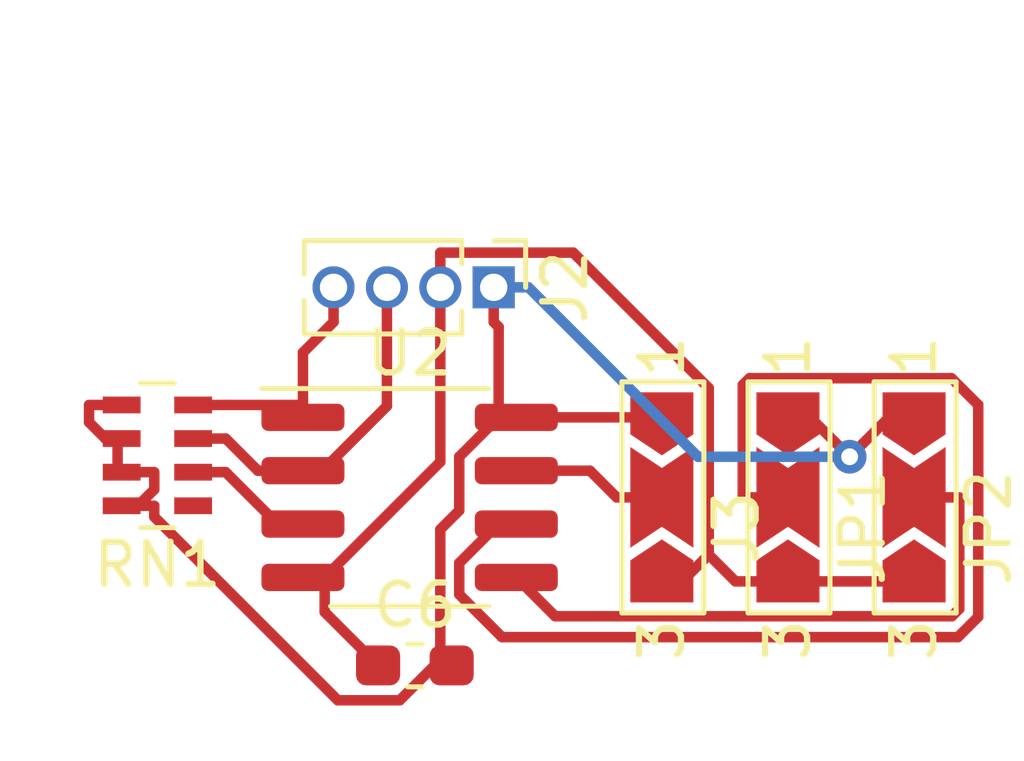
<source format=kicad_pcb>
(kicad_pcb (version 20171130) (host pcbnew 5.1.2-f72e74a~84~ubuntu18.04.1)

  (general
    (thickness 1.6)
    (drawings 0)
    (tracks 85)
    (zones 0)
    (modules 7)
    (nets 9)
  )

  (page A4)
  (layers
    (0 F.Cu signal)
    (31 B.Cu signal)
    (32 B.Adhes user)
    (33 F.Adhes user)
    (34 B.Paste user)
    (35 F.Paste user)
    (36 B.SilkS user)
    (37 F.SilkS user)
    (38 B.Mask user)
    (39 F.Mask user)
    (40 Dwgs.User user)
    (41 Cmts.User user)
    (42 Eco1.User user)
    (43 Eco2.User user)
    (44 Edge.Cuts user)
    (45 Margin user)
    (46 B.CrtYd user)
    (47 F.CrtYd user)
    (48 B.Fab user)
    (49 F.Fab user)
  )

  (setup
    (last_trace_width 0.25)
    (trace_clearance 0.2)
    (zone_clearance 0.508)
    (zone_45_only no)
    (trace_min 0.2)
    (via_size 0.8)
    (via_drill 0.4)
    (via_min_size 0.4)
    (via_min_drill 0.3)
    (uvia_size 0.3)
    (uvia_drill 0.1)
    (uvias_allowed no)
    (uvia_min_size 0.2)
    (uvia_min_drill 0.1)
    (edge_width 0.1)
    (segment_width 0.2)
    (pcb_text_width 0.3)
    (pcb_text_size 1.5 1.5)
    (mod_edge_width 0.15)
    (mod_text_size 1 1)
    (mod_text_width 0.15)
    (pad_size 1.524 1.524)
    (pad_drill 0.762)
    (pad_to_mask_clearance 0)
    (aux_axis_origin 0 0)
    (visible_elements FFFFFF7F)
    (pcbplotparams
      (layerselection 0x010fc_ffffffff)
      (usegerberextensions false)
      (usegerberattributes false)
      (usegerberadvancedattributes false)
      (creategerberjobfile false)
      (excludeedgelayer true)
      (linewidth 0.100000)
      (plotframeref false)
      (viasonmask false)
      (mode 1)
      (useauxorigin false)
      (hpglpennumber 1)
      (hpglpenspeed 20)
      (hpglpendiameter 15.000000)
      (psnegative false)
      (psa4output false)
      (plotreference true)
      (plotvalue true)
      (plotinvisibletext false)
      (padsonsilk false)
      (subtractmaskfromsilk false)
      (outputformat 1)
      (mirror false)
      (drillshape 1)
      (scaleselection 1)
      (outputdirectory ""))
  )

  (net 0 "")
  (net 1 +3V3)
  (net 2 GND)
  (net 3 /SDA)
  (net 4 /SCL)
  (net 5 "Net-(J3-Pad2)")
  (net 6 "Net-(JP1-Pad2)")
  (net 7 "Net-(JP2-Pad2)")
  (net 8 "Net-(RN1-Pad2)")

  (net_class Default "This is the default net class."
    (clearance 0.2)
    (trace_width 0.25)
    (via_dia 0.8)
    (via_drill 0.4)
    (uvia_dia 0.3)
    (uvia_drill 0.1)
    (add_net +3V3)
    (add_net /SCL)
    (add_net /SDA)
    (add_net GND)
    (add_net "Net-(J3-Pad2)")
    (add_net "Net-(JP1-Pad2)")
    (add_net "Net-(JP2-Pad2)")
    (add_net "Net-(RN1-Pad2)")
  )

  (module Package_SO:SOP-8_3.76x4.96mm_P1.27mm (layer F.Cu) (tedit 5C4A362D) (tstamp 5CEE66EE)
    (at 31 27)
    (descr "SOP, 8 Pin (https://ww2.minicircuits.com/case_style/XX211.pdf), generated with kicad-footprint-generator ipc_gullwing_generator.py")
    (tags "SOP SO")
    (path /5CF9DF41)
    (attr smd)
    (fp_text reference U2 (at 0 -3.43) (layer F.SilkS)
      (effects (font (size 1 1) (thickness 0.15)))
    )
    (fp_text value LM75 (at 0 3.43) (layer F.Fab)
      (effects (font (size 1 1) (thickness 0.15)))
    )
    (fp_text user %R (at 0 0) (layer F.Fab)
      (effects (font (size 0.94 0.94) (thickness 0.14)))
    )
    (fp_line (start 3.78 -2.73) (end -3.78 -2.73) (layer F.CrtYd) (width 0.05))
    (fp_line (start 3.78 2.73) (end 3.78 -2.73) (layer F.CrtYd) (width 0.05))
    (fp_line (start -3.78 2.73) (end 3.78 2.73) (layer F.CrtYd) (width 0.05))
    (fp_line (start -3.78 -2.73) (end -3.78 2.73) (layer F.CrtYd) (width 0.05))
    (fp_line (start -1.88 -1.54) (end -0.94 -2.48) (layer F.Fab) (width 0.1))
    (fp_line (start -1.88 2.48) (end -1.88 -1.54) (layer F.Fab) (width 0.1))
    (fp_line (start 1.88 2.48) (end -1.88 2.48) (layer F.Fab) (width 0.1))
    (fp_line (start 1.88 -2.48) (end 1.88 2.48) (layer F.Fab) (width 0.1))
    (fp_line (start -0.94 -2.48) (end 1.88 -2.48) (layer F.Fab) (width 0.1))
    (fp_line (start 0 -2.59) (end -3.525 -2.59) (layer F.SilkS) (width 0.12))
    (fp_line (start 0 -2.59) (end 1.88 -2.59) (layer F.SilkS) (width 0.12))
    (fp_line (start 0 2.59) (end -1.88 2.59) (layer F.SilkS) (width 0.12))
    (fp_line (start 0 2.59) (end 1.88 2.59) (layer F.SilkS) (width 0.12))
    (pad 8 smd roundrect (at 2.5375 -1.905) (size 1.975 0.65) (layers F.Cu F.Paste F.Mask) (roundrect_rratio 0.25)
      (net 1 +3V3))
    (pad 7 smd roundrect (at 2.5375 -0.635) (size 1.975 0.65) (layers F.Cu F.Paste F.Mask) (roundrect_rratio 0.25)
      (net 5 "Net-(J3-Pad2)"))
    (pad 6 smd roundrect (at 2.5375 0.635) (size 1.975 0.65) (layers F.Cu F.Paste F.Mask) (roundrect_rratio 0.25)
      (net 6 "Net-(JP1-Pad2)"))
    (pad 5 smd roundrect (at 2.5375 1.905) (size 1.975 0.65) (layers F.Cu F.Paste F.Mask) (roundrect_rratio 0.25)
      (net 7 "Net-(JP2-Pad2)"))
    (pad 4 smd roundrect (at -2.5375 1.905) (size 1.975 0.65) (layers F.Cu F.Paste F.Mask) (roundrect_rratio 0.25)
      (net 2 GND))
    (pad 3 smd roundrect (at -2.5375 0.635) (size 1.975 0.65) (layers F.Cu F.Paste F.Mask) (roundrect_rratio 0.25)
      (net 8 "Net-(RN1-Pad2)"))
    (pad 2 smd roundrect (at -2.5375 -0.635) (size 1.975 0.65) (layers F.Cu F.Paste F.Mask) (roundrect_rratio 0.25)
      (net 4 /SCL))
    (pad 1 smd roundrect (at -2.5375 -1.905) (size 1.975 0.65) (layers F.Cu F.Paste F.Mask) (roundrect_rratio 0.25)
      (net 3 /SDA))
    (model ${KISYS3DMOD}/Package_SO.3dshapes/SOP-8_3.76x4.96mm_P1.27mm.wrl
      (at (xyz 0 0 0))
      (scale (xyz 1 1 1))
      (rotate (xyz 0 0 0))
    )
  )

  (module Resistor_SMD:R_Array_Concave_4x0603 (layer F.Cu) (tedit 58E0A85E) (tstamp 5CEE66D4)
    (at 25 26 180)
    (descr "Thick Film Chip Resistor Array, Wave soldering, Vishay CRA06P (see cra06p.pdf)")
    (tags "resistor array")
    (path /5CF9E2EF)
    (attr smd)
    (fp_text reference RN1 (at 0 -2.6) (layer F.SilkS)
      (effects (font (size 1 1) (thickness 0.15)))
    )
    (fp_text value R_Pack04 (at 0 2.6) (layer F.Fab)
      (effects (font (size 1 1) (thickness 0.15)))
    )
    (fp_line (start 1.55 1.87) (end -1.55 1.87) (layer F.CrtYd) (width 0.05))
    (fp_line (start 1.55 1.87) (end 1.55 -1.88) (layer F.CrtYd) (width 0.05))
    (fp_line (start -1.55 -1.88) (end -1.55 1.87) (layer F.CrtYd) (width 0.05))
    (fp_line (start -1.55 -1.88) (end 1.55 -1.88) (layer F.CrtYd) (width 0.05))
    (fp_line (start 0.4 -1.72) (end -0.4 -1.72) (layer F.SilkS) (width 0.12))
    (fp_line (start 0.4 1.72) (end -0.4 1.72) (layer F.SilkS) (width 0.12))
    (fp_line (start -0.8 1.6) (end -0.8 -1.6) (layer F.Fab) (width 0.1))
    (fp_line (start 0.8 1.6) (end -0.8 1.6) (layer F.Fab) (width 0.1))
    (fp_line (start 0.8 -1.6) (end 0.8 1.6) (layer F.Fab) (width 0.1))
    (fp_line (start -0.8 -1.6) (end 0.8 -1.6) (layer F.Fab) (width 0.1))
    (fp_text user %R (at 0 0 90) (layer F.Fab)
      (effects (font (size 0.5 0.5) (thickness 0.075)))
    )
    (pad 5 smd rect (at 0.85 1.2 180) (size 0.9 0.4) (layers F.Cu F.Paste F.Mask)
      (net 1 +3V3))
    (pad 6 smd rect (at 0.85 0.4 180) (size 0.9 0.4) (layers F.Cu F.Paste F.Mask)
      (net 1 +3V3))
    (pad 7 smd rect (at 0.85 -0.4 180) (size 0.9 0.4) (layers F.Cu F.Paste F.Mask)
      (net 1 +3V3))
    (pad 8 smd rect (at 0.85 -1.2 180) (size 0.9 0.4) (layers F.Cu F.Paste F.Mask)
      (net 1 +3V3))
    (pad 4 smd rect (at -0.85 1.2 180) (size 0.9 0.4) (layers F.Cu F.Paste F.Mask)
      (net 3 /SDA))
    (pad 1 smd rect (at -0.85 -1.2 180) (size 0.9 0.4) (layers F.Cu F.Paste F.Mask))
    (pad 3 smd rect (at -0.85 0.4 180) (size 0.9 0.4) (layers F.Cu F.Paste F.Mask)
      (net 4 /SCL))
    (pad 2 smd rect (at -0.85 -0.4 180) (size 0.9 0.4) (layers F.Cu F.Paste F.Mask)
      (net 8 "Net-(RN1-Pad2)"))
    (model ${KISYS3DMOD}/Resistor_SMD.3dshapes/R_Array_Concave_4x0603.wrl
      (at (xyz 0 0 0))
      (scale (xyz 1 1 1))
      (rotate (xyz 0 0 0))
    )
  )

  (module Jumper:SolderJumper-3_P2.0mm_Open_TrianglePad1.0x1.5mm_NumberLabels (layer F.Cu) (tedit 5A6480B6) (tstamp 5CEE66BD)
    (at 43 27 270)
    (descr "SMD Solder Jumper, 1x1.5mm Triangular Pads, 0.3mm gap, open, labeled with numbers")
    (tags "solder jumper open")
    (path /5CFA3939)
    (attr virtual)
    (fp_text reference JP2 (at 0.725 -1.775 90) (layer F.SilkS)
      (effects (font (size 1 1) (thickness 0.15)))
    )
    (fp_text value A2_SEL (at 0.725 1.925 90) (layer F.Fab)
      (effects (font (size 1 1) (thickness 0.15)))
    )
    (fp_line (start 3 1.25) (end -2.98 1.25) (layer F.CrtYd) (width 0.05))
    (fp_line (start 3 1.25) (end 3 -1.27) (layer F.CrtYd) (width 0.05))
    (fp_line (start -2.98 -1.27) (end -2.98 1.25) (layer F.CrtYd) (width 0.05))
    (fp_line (start -2.98 -1.27) (end 3 -1.27) (layer F.CrtYd) (width 0.05))
    (fp_line (start -2.75 -1) (end 2.75 -1) (layer F.SilkS) (width 0.12))
    (fp_line (start 2.75 -1) (end 2.75 0.95) (layer F.SilkS) (width 0.12))
    (fp_line (start 2.75 0.95) (end -2.75 0.95) (layer F.SilkS) (width 0.12))
    (fp_line (start -2.75 0.95) (end -2.75 -1) (layer F.SilkS) (width 0.12))
    (fp_text user 1 (at -3.35 0 90) (layer F.SilkS)
      (effects (font (size 1 1) (thickness 0.15)))
    )
    (fp_text user 3 (at 3.4 0 90) (layer F.SilkS)
      (effects (font (size 1 1) (thickness 0.15)))
    )
    (pad 3 smd custom (at 2 0 90) (size 0.3 0.3) (layers F.Cu F.Mask)
      (net 2 GND) (zone_connect 2)
      (options (clearance outline) (anchor rect))
      (primitives
        (gr_poly (pts
           (xy -0.5 -0.75) (xy 0.5 -0.75) (xy 1 0) (xy 0.5 0.75) (xy -0.5 0.75)
) (width 0))
      ))
    (pad 2 smd custom (at 0 0 270) (size 0.3 0.3) (layers F.Cu)
      (net 7 "Net-(JP2-Pad2)") (zone_connect 2)
      (options (clearance outline) (anchor rect))
      (primitives
        (gr_poly (pts
           (xy -1.2 -0.75) (xy 1.2 -0.75) (xy 0.7 0) (xy 1.2 0.75) (xy -1.2 0.75)
           (xy -0.7 0)) (width 0))
      ))
    (pad 1 smd custom (at -2 0 270) (size 0.3 0.3) (layers F.Cu F.Mask)
      (net 1 +3V3) (zone_connect 2)
      (options (clearance outline) (anchor rect))
      (primitives
        (gr_poly (pts
           (xy -0.5 -0.75) (xy 0.5 -0.75) (xy 1 0) (xy 0.5 0.75) (xy -0.5 0.75)
) (width 0))
      ))
    (pad "" smd rect (at -1.2 0 270) (size 1.5 1.5) (layers F.Mask))
    (pad "" smd rect (at 1.2 0 270) (size 1.5 1.5) (layers F.Mask))
  )

  (module Jumper:SolderJumper-3_P2.0mm_Open_TrianglePad1.0x1.5mm_NumberLabels (layer F.Cu) (tedit 5A6480B6) (tstamp 5CEE66AA)
    (at 40 27 270)
    (descr "SMD Solder Jumper, 1x1.5mm Triangular Pads, 0.3mm gap, open, labeled with numbers")
    (tags "solder jumper open")
    (path /5CFA349A)
    (attr virtual)
    (fp_text reference JP1 (at 0.725 -1.775 90) (layer F.SilkS)
      (effects (font (size 1 1) (thickness 0.15)))
    )
    (fp_text value A1_SEL (at 0.725 1.925 90) (layer F.Fab)
      (effects (font (size 1 1) (thickness 0.15)))
    )
    (fp_line (start 3 1.25) (end -2.98 1.25) (layer F.CrtYd) (width 0.05))
    (fp_line (start 3 1.25) (end 3 -1.27) (layer F.CrtYd) (width 0.05))
    (fp_line (start -2.98 -1.27) (end -2.98 1.25) (layer F.CrtYd) (width 0.05))
    (fp_line (start -2.98 -1.27) (end 3 -1.27) (layer F.CrtYd) (width 0.05))
    (fp_line (start -2.75 -1) (end 2.75 -1) (layer F.SilkS) (width 0.12))
    (fp_line (start 2.75 -1) (end 2.75 0.95) (layer F.SilkS) (width 0.12))
    (fp_line (start 2.75 0.95) (end -2.75 0.95) (layer F.SilkS) (width 0.12))
    (fp_line (start -2.75 0.95) (end -2.75 -1) (layer F.SilkS) (width 0.12))
    (fp_text user 1 (at -3.35 0 90) (layer F.SilkS)
      (effects (font (size 1 1) (thickness 0.15)))
    )
    (fp_text user 3 (at 3.4 0 90) (layer F.SilkS)
      (effects (font (size 1 1) (thickness 0.15)))
    )
    (pad 3 smd custom (at 2 0 90) (size 0.3 0.3) (layers F.Cu F.Mask)
      (net 2 GND) (zone_connect 2)
      (options (clearance outline) (anchor rect))
      (primitives
        (gr_poly (pts
           (xy -0.5 -0.75) (xy 0.5 -0.75) (xy 1 0) (xy 0.5 0.75) (xy -0.5 0.75)
) (width 0))
      ))
    (pad 2 smd custom (at 0 0 270) (size 0.3 0.3) (layers F.Cu)
      (net 6 "Net-(JP1-Pad2)") (zone_connect 2)
      (options (clearance outline) (anchor rect))
      (primitives
        (gr_poly (pts
           (xy -1.2 -0.75) (xy 1.2 -0.75) (xy 0.7 0) (xy 1.2 0.75) (xy -1.2 0.75)
           (xy -0.7 0)) (width 0))
      ))
    (pad 1 smd custom (at -2 0 270) (size 0.3 0.3) (layers F.Cu F.Mask)
      (net 1 +3V3) (zone_connect 2)
      (options (clearance outline) (anchor rect))
      (primitives
        (gr_poly (pts
           (xy -0.5 -0.75) (xy 0.5 -0.75) (xy 1 0) (xy 0.5 0.75) (xy -0.5 0.75)
) (width 0))
      ))
    (pad "" smd rect (at -1.2 0 270) (size 1.5 1.5) (layers F.Mask))
    (pad "" smd rect (at 1.2 0 270) (size 1.5 1.5) (layers F.Mask))
  )

  (module Jumper:SolderJumper-3_P2.0mm_Open_TrianglePad1.0x1.5mm_NumberLabels (layer F.Cu) (tedit 5A6480B6) (tstamp 5CEE6697)
    (at 37 27 270)
    (descr "SMD Solder Jumper, 1x1.5mm Triangular Pads, 0.3mm gap, open, labeled with numbers")
    (tags "solder jumper open")
    (path /5CFA2233)
    (attr virtual)
    (fp_text reference J3 (at 0.725 -1.775 90) (layer F.SilkS)
      (effects (font (size 1 1) (thickness 0.15)))
    )
    (fp_text value A0_SEL (at 0.725 1.925 90) (layer F.Fab)
      (effects (font (size 1 1) (thickness 0.15)))
    )
    (fp_line (start 3 1.25) (end -2.98 1.25) (layer F.CrtYd) (width 0.05))
    (fp_line (start 3 1.25) (end 3 -1.27) (layer F.CrtYd) (width 0.05))
    (fp_line (start -2.98 -1.27) (end -2.98 1.25) (layer F.CrtYd) (width 0.05))
    (fp_line (start -2.98 -1.27) (end 3 -1.27) (layer F.CrtYd) (width 0.05))
    (fp_line (start -2.75 -1) (end 2.75 -1) (layer F.SilkS) (width 0.12))
    (fp_line (start 2.75 -1) (end 2.75 0.95) (layer F.SilkS) (width 0.12))
    (fp_line (start 2.75 0.95) (end -2.75 0.95) (layer F.SilkS) (width 0.12))
    (fp_line (start -2.75 0.95) (end -2.75 -1) (layer F.SilkS) (width 0.12))
    (fp_text user 1 (at -3.35 0 90) (layer F.SilkS)
      (effects (font (size 1 1) (thickness 0.15)))
    )
    (fp_text user 3 (at 3.4 0 90) (layer F.SilkS)
      (effects (font (size 1 1) (thickness 0.15)))
    )
    (pad 3 smd custom (at 2 0 90) (size 0.3 0.3) (layers F.Cu F.Mask)
      (net 2 GND) (zone_connect 2)
      (options (clearance outline) (anchor rect))
      (primitives
        (gr_poly (pts
           (xy -0.5 -0.75) (xy 0.5 -0.75) (xy 1 0) (xy 0.5 0.75) (xy -0.5 0.75)
) (width 0))
      ))
    (pad 2 smd custom (at 0 0 270) (size 0.3 0.3) (layers F.Cu)
      (net 5 "Net-(J3-Pad2)") (zone_connect 2)
      (options (clearance outline) (anchor rect))
      (primitives
        (gr_poly (pts
           (xy -1.2 -0.75) (xy 1.2 -0.75) (xy 0.7 0) (xy 1.2 0.75) (xy -1.2 0.75)
           (xy -0.7 0)) (width 0))
      ))
    (pad 1 smd custom (at -2 0 270) (size 0.3 0.3) (layers F.Cu F.Mask)
      (net 1 +3V3) (zone_connect 2)
      (options (clearance outline) (anchor rect))
      (primitives
        (gr_poly (pts
           (xy -0.5 -0.75) (xy 0.5 -0.75) (xy 1 0) (xy 0.5 0.75) (xy -0.5 0.75)
) (width 0))
      ))
    (pad "" smd rect (at -1.2 0 270) (size 1.5 1.5) (layers F.Mask))
    (pad "" smd rect (at 1.2 0 270) (size 1.5 1.5) (layers F.Mask))
  )

  (module Connector_PinHeader_1.27mm:PinHeader_1x04_P1.27mm_Vertical (layer F.Cu) (tedit 59FED6E3) (tstamp 5CEE6684)
    (at 33 22 270)
    (descr "Through hole straight pin header, 1x04, 1.27mm pitch, single row")
    (tags "Through hole pin header THT 1x04 1.27mm single row")
    (path /5CF1B434)
    (fp_text reference J2 (at 0 -1.695 90) (layer F.SilkS)
      (effects (font (size 1 1) (thickness 0.15)))
    )
    (fp_text value OLED_I2C_HEADER (at 0 5.505 90) (layer F.Fab)
      (effects (font (size 1 1) (thickness 0.15)))
    )
    (fp_text user %R (at 0 1.905) (layer F.Fab)
      (effects (font (size 1 1) (thickness 0.15)))
    )
    (fp_line (start 1.55 -1.15) (end -1.55 -1.15) (layer F.CrtYd) (width 0.05))
    (fp_line (start 1.55 4.95) (end 1.55 -1.15) (layer F.CrtYd) (width 0.05))
    (fp_line (start -1.55 4.95) (end 1.55 4.95) (layer F.CrtYd) (width 0.05))
    (fp_line (start -1.55 -1.15) (end -1.55 4.95) (layer F.CrtYd) (width 0.05))
    (fp_line (start -1.11 -0.76) (end 0 -0.76) (layer F.SilkS) (width 0.12))
    (fp_line (start -1.11 0) (end -1.11 -0.76) (layer F.SilkS) (width 0.12))
    (fp_line (start 0.563471 0.76) (end 1.11 0.76) (layer F.SilkS) (width 0.12))
    (fp_line (start -1.11 0.76) (end -0.563471 0.76) (layer F.SilkS) (width 0.12))
    (fp_line (start 1.11 0.76) (end 1.11 4.505) (layer F.SilkS) (width 0.12))
    (fp_line (start -1.11 0.76) (end -1.11 4.505) (layer F.SilkS) (width 0.12))
    (fp_line (start 0.30753 4.505) (end 1.11 4.505) (layer F.SilkS) (width 0.12))
    (fp_line (start -1.11 4.505) (end -0.30753 4.505) (layer F.SilkS) (width 0.12))
    (fp_line (start -1.05 -0.11) (end -0.525 -0.635) (layer F.Fab) (width 0.1))
    (fp_line (start -1.05 4.445) (end -1.05 -0.11) (layer F.Fab) (width 0.1))
    (fp_line (start 1.05 4.445) (end -1.05 4.445) (layer F.Fab) (width 0.1))
    (fp_line (start 1.05 -0.635) (end 1.05 4.445) (layer F.Fab) (width 0.1))
    (fp_line (start -0.525 -0.635) (end 1.05 -0.635) (layer F.Fab) (width 0.1))
    (pad 4 thru_hole oval (at 0 3.81 270) (size 1 1) (drill 0.65) (layers *.Cu *.Mask)
      (net 3 /SDA))
    (pad 3 thru_hole oval (at 0 2.54 270) (size 1 1) (drill 0.65) (layers *.Cu *.Mask)
      (net 4 /SCL))
    (pad 2 thru_hole oval (at 0 1.27 270) (size 1 1) (drill 0.65) (layers *.Cu *.Mask)
      (net 2 GND))
    (pad 1 thru_hole rect (at 0 0 270) (size 1 1) (drill 0.65) (layers *.Cu *.Mask)
      (net 1 +3V3))
    (model ${KISYS3DMOD}/Connector_PinHeader_1.27mm.3dshapes/PinHeader_1x04_P1.27mm_Vertical.wrl
      (at (xyz 0 0 0))
      (scale (xyz 1 1 1))
      (rotate (xyz 0 0 0))
    )
  )

  (module Capacitor_SMD:C_0603_1608Metric_Pad1.05x0.95mm_HandSolder (layer F.Cu) (tedit 5B301BBE) (tstamp 5CEE666A)
    (at 31.125 31)
    (descr "Capacitor SMD 0603 (1608 Metric), square (rectangular) end terminal, IPC_7351 nominal with elongated pad for handsoldering. (Body size source: http://www.tortai-tech.com/upload/download/2011102023233369053.pdf), generated with kicad-footprint-generator")
    (tags "capacitor handsolder")
    (path /5CF1EAE0)
    (attr smd)
    (fp_text reference C6 (at 0 -1.43) (layer F.SilkS)
      (effects (font (size 1 1) (thickness 0.15)))
    )
    (fp_text value C106,0603 (at 0 1.43) (layer F.Fab)
      (effects (font (size 1 1) (thickness 0.15)))
    )
    (fp_text user %R (at 0 0) (layer F.Fab)
      (effects (font (size 0.4 0.4) (thickness 0.06)))
    )
    (fp_line (start 1.65 0.73) (end -1.65 0.73) (layer F.CrtYd) (width 0.05))
    (fp_line (start 1.65 -0.73) (end 1.65 0.73) (layer F.CrtYd) (width 0.05))
    (fp_line (start -1.65 -0.73) (end 1.65 -0.73) (layer F.CrtYd) (width 0.05))
    (fp_line (start -1.65 0.73) (end -1.65 -0.73) (layer F.CrtYd) (width 0.05))
    (fp_line (start -0.171267 0.51) (end 0.171267 0.51) (layer F.SilkS) (width 0.12))
    (fp_line (start -0.171267 -0.51) (end 0.171267 -0.51) (layer F.SilkS) (width 0.12))
    (fp_line (start 0.8 0.4) (end -0.8 0.4) (layer F.Fab) (width 0.1))
    (fp_line (start 0.8 -0.4) (end 0.8 0.4) (layer F.Fab) (width 0.1))
    (fp_line (start -0.8 -0.4) (end 0.8 -0.4) (layer F.Fab) (width 0.1))
    (fp_line (start -0.8 0.4) (end -0.8 -0.4) (layer F.Fab) (width 0.1))
    (pad 2 smd roundrect (at 0.875 0) (size 1.05 0.95) (layers F.Cu F.Paste F.Mask) (roundrect_rratio 0.25)
      (net 1 +3V3))
    (pad 1 smd roundrect (at -0.875 0) (size 1.05 0.95) (layers F.Cu F.Paste F.Mask) (roundrect_rratio 0.25)
      (net 2 GND))
    (model ${KISYS3DMOD}/Capacitor_SMD.3dshapes/C_0603_1608Metric.wrl
      (at (xyz 0 0 0))
      (scale (xyz 1 1 1))
      (rotate (xyz 0 0 0))
    )
  )

  (segment (start 33.8253 22) (end 37.8583 26.033) (width 0.25) (layer B.Cu) (net 1))
  (segment (start 37.8583 26.033) (end 41.4671 26.033) (width 0.25) (layer B.Cu) (net 1))
  (segment (start 43 25) (end 42.5001 25) (width 0.25) (layer F.Cu) (net 1))
  (segment (start 42.5001 25) (end 41.4671 26.033) (width 0.25) (layer F.Cu) (net 1))
  (segment (start 41.4671 26.033) (end 40.4341 25) (width 0.25) (layer F.Cu) (net 1))
  (segment (start 40.4341 25) (end 40 25) (width 0.25) (layer F.Cu) (net 1))
  (segment (start 33.5375 25.095) (end 36.905 25.095) (width 0.25) (layer F.Cu) (net 1))
  (segment (start 36.905 25.095) (end 37 25) (width 0.25) (layer F.Cu) (net 1))
  (segment (start 24.15 26.4) (end 24.9253 26.4) (width 0.25) (layer F.Cu) (net 1))
  (segment (start 24.5377 27.2) (end 24.9253 26.8124) (width 0.25) (layer F.Cu) (net 1))
  (segment (start 24.9253 26.8124) (end 24.9253 26.4) (width 0.25) (layer F.Cu) (net 1))
  (segment (start 24.5377 27.2) (end 24.9253 27.2) (width 0.25) (layer F.Cu) (net 1))
  (segment (start 24.15 27.2) (end 24.5377 27.2) (width 0.25) (layer F.Cu) (net 1))
  (segment (start 31.7974 30.7973) (end 32 31) (width 0.25) (layer F.Cu) (net 1))
  (segment (start 33.1178 25.095) (end 32.1804 26.0324) (width 0.25) (layer F.Cu) (net 1))
  (segment (start 32.1804 26.0324) (end 32.1804 27.3124) (width 0.25) (layer F.Cu) (net 1))
  (segment (start 32.1804 27.3124) (end 31.7298 27.763) (width 0.25) (layer F.Cu) (net 1))
  (segment (start 31.7298 27.763) (end 31.7298 30.7298) (width 0.25) (layer F.Cu) (net 1))
  (segment (start 31.7298 30.7298) (end 31.7974 30.7973) (width 0.25) (layer F.Cu) (net 1))
  (segment (start 31.7974 30.7973) (end 30.7647 31.83) (width 0.25) (layer F.Cu) (net 1))
  (segment (start 30.7647 31.83) (end 29.2927 31.83) (width 0.25) (layer F.Cu) (net 1))
  (segment (start 29.2927 31.83) (end 24.9253 27.4626) (width 0.25) (layer F.Cu) (net 1))
  (segment (start 24.9253 27.4626) (end 24.9253 27.2) (width 0.25) (layer F.Cu) (net 1))
  (segment (start 33 22) (end 33 22.8253) (width 0.25) (layer F.Cu) (net 1))
  (segment (start 33 22.8253) (end 33.1178 22.9431) (width 0.25) (layer F.Cu) (net 1))
  (segment (start 33.1178 22.9431) (end 33.1178 25.095) (width 0.25) (layer F.Cu) (net 1))
  (segment (start 33.1178 25.095) (end 33.5375 25.095) (width 0.25) (layer F.Cu) (net 1))
  (segment (start 24.0531 25.6) (end 23.7624 25.6) (width 0.25) (layer F.Cu) (net 1))
  (segment (start 24.15 25.6) (end 24.0531 25.6) (width 0.25) (layer F.Cu) (net 1))
  (segment (start 24.15 26.4) (end 24.0531 26.4) (width 0.25) (layer F.Cu) (net 1))
  (segment (start 24.0531 26.4) (end 24.0531 25.6) (width 0.25) (layer F.Cu) (net 1))
  (segment (start 33 22) (end 33.8253 22) (width 0.25) (layer B.Cu) (net 1))
  (segment (start 24.15 24.8) (end 23.3747 24.8) (width 0.25) (layer F.Cu) (net 1))
  (segment (start 23.7624 25.6) (end 23.3747 25.2123) (width 0.25) (layer F.Cu) (net 1))
  (segment (start 23.3747 25.2123) (end 23.3747 24.8) (width 0.25) (layer F.Cu) (net 1))
  (via (at 41.4671 26.033) (size 0.8) (layers F.Cu B.Cu) (net 1))
  (segment (start 38.1156 28.3652) (end 38.7504 29) (width 0.25) (layer F.Cu) (net 2))
  (segment (start 38.7504 29) (end 40 29) (width 0.25) (layer F.Cu) (net 2))
  (segment (start 31.73 21.1747) (end 34.8919 21.1747) (width 0.25) (layer F.Cu) (net 2))
  (segment (start 34.8919 21.1747) (end 38.1156 24.3984) (width 0.25) (layer F.Cu) (net 2))
  (segment (start 38.1156 24.3984) (end 38.1156 28.3652) (width 0.25) (layer F.Cu) (net 2))
  (segment (start 38.1156 28.3652) (end 37.4808 29) (width 0.25) (layer F.Cu) (net 2))
  (segment (start 37.4808 29) (end 37 29) (width 0.25) (layer F.Cu) (net 2))
  (segment (start 31.73 22) (end 31.73 21.1747) (width 0.25) (layer F.Cu) (net 2))
  (segment (start 28.9793 28.905) (end 31.73 26.1543) (width 0.25) (layer F.Cu) (net 2))
  (segment (start 31.73 26.1543) (end 31.73 22) (width 0.25) (layer F.Cu) (net 2))
  (segment (start 28.4625 28.905) (end 28.9793 28.905) (width 0.25) (layer F.Cu) (net 2))
  (segment (start 30.25 31) (end 28.9793 29.7293) (width 0.25) (layer F.Cu) (net 2))
  (segment (start 28.9793 29.7293) (end 28.9793 28.905) (width 0.25) (layer F.Cu) (net 2))
  (segment (start 40 29) (end 43 29) (width 0.25) (layer F.Cu) (net 2))
  (segment (start 28.4625 24.8) (end 28.4625 25.095) (width 0.25) (layer F.Cu) (net 3))
  (segment (start 29.19 22.8253) (end 28.4625 23.5528) (width 0.25) (layer F.Cu) (net 3))
  (segment (start 28.4625 23.5528) (end 28.4625 24.8) (width 0.25) (layer F.Cu) (net 3))
  (segment (start 28.4625 24.8) (end 26.6253 24.8) (width 0.25) (layer F.Cu) (net 3))
  (segment (start 25.85 24.8) (end 26.6253 24.8) (width 0.25) (layer F.Cu) (net 3))
  (segment (start 29.19 22) (end 29.19 22.8253) (width 0.25) (layer F.Cu) (net 3))
  (segment (start 30.46 22) (end 30.46 24.8264) (width 0.25) (layer F.Cu) (net 4))
  (segment (start 30.46 24.8264) (end 28.9214 26.365) (width 0.25) (layer F.Cu) (net 4))
  (segment (start 28.9214 26.365) (end 28.4625 26.365) (width 0.25) (layer F.Cu) (net 4))
  (segment (start 25.85 25.6) (end 26.6253 25.6) (width 0.25) (layer F.Cu) (net 4))
  (segment (start 26.6253 25.6) (end 27.3903 26.365) (width 0.25) (layer F.Cu) (net 4))
  (segment (start 27.3903 26.365) (end 28.4625 26.365) (width 0.25) (layer F.Cu) (net 4))
  (segment (start 37 27) (end 35.9247 27) (width 0.25) (layer F.Cu) (net 5))
  (segment (start 35.9247 27) (end 35.2897 26.365) (width 0.25) (layer F.Cu) (net 5))
  (segment (start 35.2897 26.365) (end 33.5375 26.365) (width 0.25) (layer F.Cu) (net 5))
  (segment (start 40 27) (end 38.9247 27) (width 0.25) (layer F.Cu) (net 6))
  (segment (start 38.9247 27) (end 38.9247 24.3245) (width 0.25) (layer F.Cu) (net 6))
  (segment (start 38.9247 24.3245) (end 39.0856 24.1636) (width 0.25) (layer F.Cu) (net 6))
  (segment (start 39.0856 24.1636) (end 43.89 24.1636) (width 0.25) (layer F.Cu) (net 6))
  (segment (start 43.89 24.1636) (end 44.5263 24.7999) (width 0.25) (layer F.Cu) (net 6))
  (segment (start 44.5263 24.7999) (end 44.5263 29.8428) (width 0.25) (layer F.Cu) (net 6))
  (segment (start 44.5263 29.8428) (end 44.0427 30.3264) (width 0.25) (layer F.Cu) (net 6))
  (segment (start 44.0427 30.3264) (end 33.1973 30.3264) (width 0.25) (layer F.Cu) (net 6))
  (segment (start 33.1973 30.3264) (end 32.1802 29.3093) (width 0.25) (layer F.Cu) (net 6))
  (segment (start 32.1802 29.3093) (end 32.1802 28.5615) (width 0.25) (layer F.Cu) (net 6))
  (segment (start 32.1802 28.5615) (end 33.1067 27.635) (width 0.25) (layer F.Cu) (net 6))
  (segment (start 33.1067 27.635) (end 33.5375 27.635) (width 0.25) (layer F.Cu) (net 6))
  (segment (start 44.0753 27) (end 44.0753 29.6532) (width 0.25) (layer F.Cu) (net 7))
  (segment (start 44.0753 29.6532) (end 43.8991 29.8294) (width 0.25) (layer F.Cu) (net 7))
  (segment (start 43.8991 29.8294) (end 34.4619 29.8294) (width 0.25) (layer F.Cu) (net 7))
  (segment (start 34.4619 29.8294) (end 33.5375 28.905) (width 0.25) (layer F.Cu) (net 7))
  (segment (start 43 27) (end 44.0753 27) (width 0.25) (layer F.Cu) (net 7))
  (segment (start 25.85 26.4) (end 26.6253 26.4) (width 0.25) (layer F.Cu) (net 8))
  (segment (start 26.6253 26.4) (end 27.8603 27.635) (width 0.25) (layer F.Cu) (net 8))
  (segment (start 27.8603 27.635) (end 28.4625 27.635) (width 0.25) (layer F.Cu) (net 8))

)

</source>
